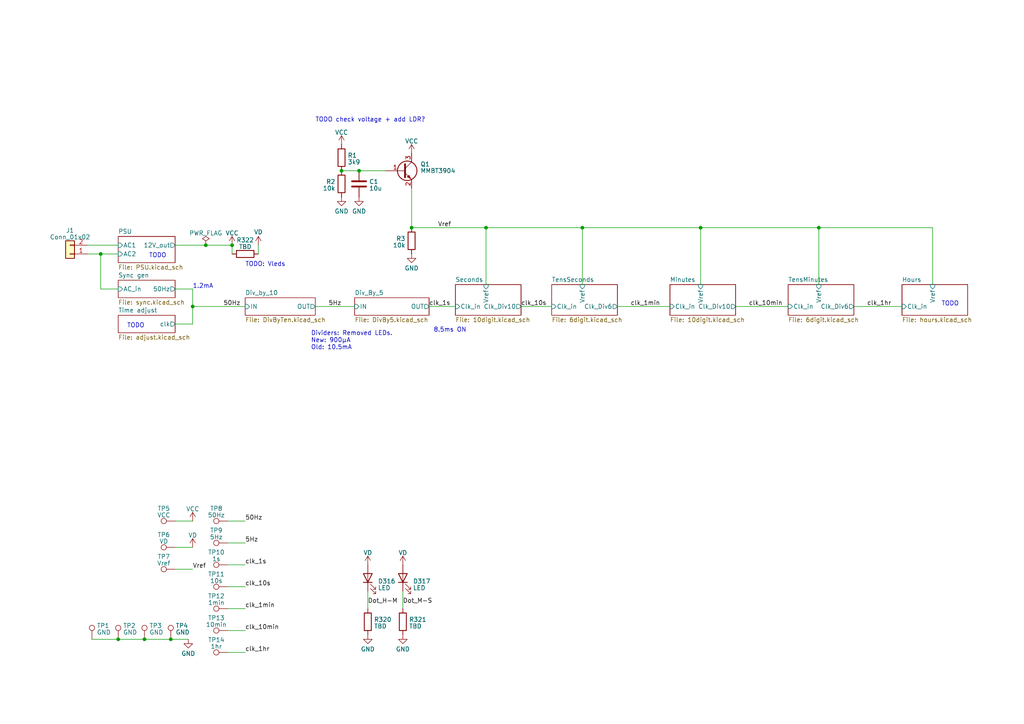
<source format=kicad_sch>
(kicad_sch (version 20230121) (generator eeschema)
  (paper "A4")
  (lib_symbols
    (symbol "Connector:TestPoint" (pin_numbers hide) (pin_names (offset 0.762) hide)
      (property "Reference" "TP" (at 0 6.858 0))
      (property "Value" "TestPoint" (at 0 5.08 0))
      (symbol "TestPoint_0_1"
        (circle (center 0 3.302) (radius 0.762))
      )
      (symbol "TestPoint_1_1"
        (pin passive line (at 0 0 90) (length 2.54) (name "1") (number "1"))
      )
    )
    (symbol "Connector_Generic:Conn_01x02" (pin_names (offset 1.016) hide)
      (property "Reference" "J" (at 0 2.54 0))
      (property "Value" "Conn_01x02" (at 0 -5.08 0))
      (symbol "Conn_01x02_1_1"
        (rectangle (start -1.27 -2.413) (end 0 -2.667) (stroke (width 0.1524)))
        (rectangle (start -1.27 0.127) (end 0 -0.127) (stroke (width 0.1524)))
        (rectangle (start -1.27 1.27) (end 1.27 -3.81) (stroke (width 0.254)) (fill (type background)))
        (pin passive line (at -5.08 0 0) (length 3.81) (name "Pin_1") (number "1"))
        (pin passive line (at -5.08 -2.54 0) (length 3.81) (name "Pin_2") (number "2"))
      )
    )
    (symbol "Device:C" (pin_numbers hide) (pin_names (offset 0.254))
      (property "Reference" "C" (at 0.635 2.54 0))
      (property "Value" "C" (at 0.635 -2.54 0))
      (symbol "C_0_1"
        (polyline (pts (xy -2.032 -0.762) (xy 2.032 -0.762)) (stroke (width 0.508)))
        (polyline (pts (xy -2.032 0.762) (xy 2.032 0.762)) (stroke (width 0.508)))
      )
      (symbol "C_1_1"
        (pin passive line (at 0 3.81 270) (length 2.794) (name "~") (number "1"))
        (pin passive line (at 0 -3.81 90) (length 2.794) (name "~") (number "2"))
      )
    )
    (symbol "Device:LED" (pin_numbers hide) (pin_names (offset 1.016) hide)
      (property "Reference" "D" (at 0 2.54 0))
      (property "Value" "LED" (at 0 -2.54 0))
      (symbol "LED_0_1"
        (polyline (pts (xy -1.27 -1.27) (xy -1.27 1.27)) (stroke (width 0.254)))
        (polyline (pts (xy -1.27 0) (xy 1.27 0)))
        (polyline (pts (xy 1.27 -1.27) (xy 1.27 1.27) (xy -1.27 0) (xy 1.27 -1.27)) (stroke (width 0.254)))
        (polyline (pts (xy -3.048 -0.762) (xy -4.572 -2.286) (xy -3.81 -2.286) (xy -4.572 -2.286) (xy -4.572 -1.524)))
        (polyline (pts (xy -1.778 -0.762) (xy -3.302 -2.286) (xy -2.54 -2.286) (xy -3.302 -2.286) (xy -3.302 -1.524)))
      )
      (symbol "LED_1_1"
        (pin passive line (at -3.81 0 0) (length 2.54) (name "K") (number "1"))
        (pin passive line (at 3.81 0 180) (length 2.54) (name "A") (number "2"))
      )
    )
    (symbol "Device:R" (pin_numbers hide) (pin_names (offset 0))
      (property "Reference" "R" (at 2.032 0 90))
      (property "Value" "R" (at 0 0 90))
      (symbol "R_0_1"
        (rectangle (start -1.016 -2.54) (end 1.016 2.54) (stroke (width 0.254)))
      )
      (symbol "R_1_1"
        (pin passive line (at 0 3.81 270) (length 1.27) (name "~") (number "1"))
        (pin passive line (at 0 -3.81 90) (length 1.27) (name "~") (number "2"))
      )
    )
    (symbol "Transistor_BJT:MMBT3904" (pin_names (offset 0) hide)
      (property "Reference" "Q" (at 5.08 1.905 0))
      (property "Value" "MMBT3904" (at 5.08 0 0))
      (symbol "MMBT3904_0_1"
        (polyline (pts (xy 0.635 0.635) (xy 2.54 2.54)))
        (polyline (pts (xy 0.635 -0.635) (xy 2.54 -2.54) (xy 2.54 -2.54)))
        (polyline (pts (xy 0.635 1.905) (xy 0.635 -1.905) (xy 0.635 -1.905)) (stroke (width 0.508)))
        (polyline (pts (xy 1.27 -1.778) (xy 1.778 -1.27) (xy 2.286 -2.286) (xy 1.27 -1.778) (xy 1.27 -1.778)) (fill (type outline)))
        (circle (center 1.27 0) (radius 2.8194) (stroke (width 0.254)))
      )
      (symbol "MMBT3904_1_1"
        (pin input line (at -5.08 0 0) (length 5.715) (name "B") (number "1"))
        (pin passive line (at 2.54 -5.08 90) (length 2.54) (name "E") (number "2"))
        (pin passive line (at 2.54 5.08 270) (length 2.54) (name "C") (number "3"))
      )
    )
    (symbol "power:GND" (power) (pin_names (offset 0))
      (property "Value" "GND" (at 0 -3.81 0))
      (symbol "GND_0_1"
        (polyline (pts (xy 0 0) (xy 0 -1.27) (xy 1.27 -1.27) (xy 0 -2.54) (xy -1.27 -1.27) (xy 0 -1.27)))
      )
      (symbol "GND_1_1"
        (pin power_in line (at 0 0 270) (length 0) hide (name "GND") (number "1"))
      )
    )
    (symbol "power:PWR_FLAG" (power) (pin_numbers hide) (pin_names (offset 0) hide)
      (property "Value" "PWR_FLAG" (at 0 3.81 0))
      (symbol "PWR_FLAG_0_0"
        (pin power_out line (at 0 0 90) (length 0) (name "pwr") (number "1"))
      )
      (symbol "PWR_FLAG_0_1"
        (polyline (pts (xy 0 0) (xy 0 1.27) (xy -1.016 1.905) (xy 0 2.54) (xy 1.016 1.905) (xy 0 1.27)))
      )
    )
    (symbol "power:VCC" (power) (pin_names (offset 0))
      (property "Value" "VCC" (at 0 3.81 0))
      (symbol "VCC_0_1"
        (polyline (pts (xy -0.762 1.27) (xy 0 2.54)))
        (polyline (pts (xy 0 0) (xy 0 2.54)))
        (polyline (pts (xy 0 2.54) (xy 0.762 1.27)))
      )
      (symbol "VCC_1_1"
        (pin power_in line (at 0 0 90) (length 0) hide (name "VCC") (number "1"))
      )
    )
    (symbol "power:VD" (power) (pin_names (offset 0))
      (property "Value" "VD" (at 0 3.81 0))
      (symbol "VD_0_1"
        (polyline (pts (xy -0.762 1.27) (xy 0 2.54)))
        (polyline (pts (xy 0 0) (xy 0 2.54)))
        (polyline (pts (xy 0 2.54) (xy 0.762 1.27)))
      )
      (symbol "VD_1_1"
        (pin power_in line (at 0 0 90) (length 0) hide (name "VD") (number "1"))
      )
    )
  )
  (junction (at 168.91 66.04))
  (junction (at 49.53 185.42))
  (junction (at 67.31 71.12))
  (junction (at 237.49 66.04))
  (junction (at 119.38 66.04))
  (junction (at 34.29 185.42))
  (junction (at 203.2 66.04))
  (junction (at 104.14 49.53))
  (junction (at 29.21 73.66))
  (junction (at 99.06 49.53))
  (junction (at 55.88 88.9))
  (junction (at 41.91 185.42))
  (junction (at 59.69 71.12))
  (junction (at 140.97 66.04))
  (wire (pts (xy 29.21 83.82) (xy 29.21 73.66)))
  (wire (pts (xy 55.88 93.98) (xy 55.88 88.9)))
  (wire (pts (xy 26.67 185.42) (xy 34.29 185.42)))
  (wire (pts (xy 270.51 82.55) (xy 270.51 66.04)))
  (wire (pts (xy 25.4 71.12) (xy 34.29 71.12)))
  (wire (pts (xy 71.12 189.23) (xy 66.04 189.23)))
  (wire (pts (xy 29.21 73.66) (xy 34.29 73.66)))
  (wire (pts (xy 119.38 54.61) (xy 119.38 66.04)))
  (wire (pts (xy 71.12 163.83) (xy 66.04 163.83)))
  (wire (pts (xy 34.29 83.82) (xy 29.21 83.82)))
  (wire (pts (xy 55.88 165.1) (xy 50.8 165.1)))
  (wire (pts (xy 50.8 151.13) (xy 55.88 151.13)))
  (wire (pts (xy 203.2 82.55) (xy 203.2 66.04)))
  (wire (pts (xy 151.13 88.9) (xy 160.02 88.9)))
  (wire (pts (xy 213.36 88.9) (xy 228.6 88.9)))
  (wire (pts (xy 50.8 71.12) (xy 59.69 71.12)))
  (wire (pts (xy 124.46 88.9) (xy 132.08 88.9)))
  (wire (pts (xy 71.12 176.53) (xy 66.04 176.53)))
  (wire (pts (xy 71.12 157.48) (xy 66.04 157.48)))
  (wire (pts (xy 50.8 93.98) (xy 55.88 93.98)))
  (wire (pts (xy 270.51 66.04) (xy 237.49 66.04)))
  (wire (pts (xy 168.91 66.04) (xy 168.91 82.55)))
  (wire (pts (xy 74.93 71.12) (xy 74.93 73.66)))
  (wire (pts (xy 41.91 185.42) (xy 49.53 185.42)))
  (wire (pts (xy 67.31 73.66) (xy 67.31 71.12)))
  (wire (pts (xy 71.12 170.18) (xy 66.04 170.18)))
  (wire (pts (xy 119.38 66.04) (xy 140.97 66.04)))
  (wire (pts (xy 237.49 66.04) (xy 237.49 82.55)))
  (wire (pts (xy 168.91 66.04) (xy 203.2 66.04)))
  (wire (pts (xy 140.97 66.04) (xy 168.91 66.04)))
  (wire (pts (xy 247.65 88.9) (xy 261.62 88.9)))
  (wire (pts (xy 54.61 185.42) (xy 49.53 185.42)))
  (wire (pts (xy 25.4 73.66) (xy 29.21 73.66)))
  (wire (pts (xy 59.69 71.12) (xy 67.31 71.12)))
  (wire (pts (xy 71.12 182.88) (xy 66.04 182.88)))
  (wire (pts (xy 116.84 176.53) (xy 116.84 171.45)))
  (wire (pts (xy 111.76 49.53) (xy 104.14 49.53)))
  (wire (pts (xy 91.44 88.9) (xy 102.87 88.9)))
  (wire (pts (xy 179.07 88.9) (xy 194.31 88.9)))
  (wire (pts (xy 55.88 88.9) (xy 55.88 83.82)))
  (wire (pts (xy 50.8 83.82) (xy 55.88 83.82)))
  (wire (pts (xy 106.68 176.53) (xy 106.68 171.45)))
  (wire (pts (xy 140.97 82.55) (xy 140.97 66.04)))
  (wire (pts (xy 50.8 158.75) (xy 55.88 158.75)))
  (wire (pts (xy 55.88 88.9) (xy 71.12 88.9)))
  (wire (pts (xy 34.29 185.42) (xy 41.91 185.42)))
  (wire (pts (xy 203.2 66.04) (xy 237.49 66.04)))
  (wire (pts (xy 99.06 49.53) (xy 104.14 49.53)))
  (wire (pts (xy 71.12 151.13) (xy 66.04 151.13)))
  (text "TODO" (at 36.83 95.25 0) (effects (font (size 1.27 1.27)) (justify left bottom)))
  (text "TODO" (at 43.18 74.93 0) (effects (font (size 1.27 1.27)) (justify left bottom)))
  (text "8.5ms ON" (at 125.73 96.52 0) (effects (font (size 1.27 1.27)) (justify left bottom)))
  (text "1.2mA" (at 55.88 83.82 0) (effects (font (size 1.27 1.27)) (justify left bottom)))
  (text "TODO" (at 273.05 88.9 0) (effects (font (size 1.27 1.27)) (justify left bottom)))
  (text "Dividers: Removed LEDs.\nNew: 900µA\nOld: 10.5mA" (at 90.17 101.6 0) (effects (font (size 1.27 1.27)) (justify left bottom)))
  (text "TODO: Vleds" (at 71.12 77.47 0) (effects (font (size 1.27 1.27)) (justify left bottom)))
  (text "TODO check voltage + add LDR?" (at 91.44 35.56 0) (effects (font (size 1.27 1.27)) (justify left bottom)))
  (label "Dot_M-S" (at 116.84 175.26 0))
  (label "clk_10s" (at 151.13 88.9 0))
  (label "clk_10min" (at 217.17 88.9 0))
  (label "clk_1hr" (at 251.46 88.9 0))
  (label "50Hz" (at 71.12 151.13 0))
  (label "5Hz" (at 95.25 88.9 0))
  (label "Dot_H-M" (at 106.68 175.26 0))
  (label "clk_1s" (at 71.12 163.83 0))
  (label "clk_10min" (at 71.12 182.88 0))
  (label "50Hz" (at 64.77 88.9 0))
  (label "clk_1min" (at 182.88 88.9 0))
  (label "clk_1hr" (at 71.12 189.23 0))
  (label "clk_10s" (at 71.12 170.18 0))
  (label "Vref" (at 127 66.04 0))
  (label "clk_1s" (at 124.46 88.9 0))
  (label "clk_1min" (at 71.12 176.53 0))
  (label "5Hz" (at 71.12 157.48 0))
  (label "Vref" (at 55.88 165.1 0))
  (symbol (lib_id "Connector_Generic:Conn_01x02") (at 20.32 73.66 180) (unit 1)
    (property "Reference" "J1" (at 20.32 66.8401 0))
    (property "Value" "Conn_01x02" (at 20.32 68.7611 0))
    (property "Footprint" "TerminalBlock:TerminalBlock_bornier-2_P5.08mm" (effects hide))
    (property "Assembly" "False" (effects hide))
  )
  (symbol (lib_id "power:GND") (at 54.61 185.42 0) (unit 1)
    (property "Reference" "#PWR03" (effects hide))
    (property "Value" "GND" (at 54.61 189.5555 0))
  )
  (symbol (lib_id "Transistor_BJT:MMBT3904") (at 116.84 49.53 0) (unit 1)
    (property "Reference" "Q1" (at 121.92 47.625 0) (effects (justify left)))
    (property "Value" "MMBT3904" (at 121.92 49.53 0) (effects (justify left)))
    (property "Footprint" "Package_TO_SOT_SMD:SOT-23" (effects hide))
    (property "Datasheet" "https://www.onsemi.com/pub/Collateral/2N3903-D.PDF" (effects hide))
    (property "Assembly" "True" (effects hide))
    (property "LCSC_PN" "C20526" (effects hide))
    (property "Price" "0.0094" (effects hide))
  )
  (symbol (lib_id "Connector:TestPoint") (at 66.04 176.53 90) (unit 1)
    (property "Reference" "TP12" (at 62.738 172.8851 90))
    (property "Value" "1min" (at 62.738 174.8061 90))
    (property "Footprint" "footprints:RCSRCW_0C_testpoint_1206" (effects hide))
    (property "Assembly" "False" (effects hide))
  )
  (symbol (lib_id "power:GND") (at 116.84 184.15 0) (unit 1)
    (property "Reference" "#PWR0290" (effects hide))
    (property "Value" "GND" (at 116.84 188.2855 0))
  )
  (symbol (lib_id "Device:LED") (at 116.84 167.64 90) (unit 1)
    (property "Reference" "D317" (at 119.761 168.5838 90) (effects (justify right)))
    (property "Value" "LED" (at 119.761 170.5048 90) (effects (justify right)))
    (property "Footprint" "footprints:LED_filament_38mm" (effects hide))
    (property "Assembly" "False" (effects hide))
    (property "Price" "0.41" (effects hide))
  )
  (symbol (lib_id "Connector:TestPoint") (at 41.91 185.42 0) (unit 1)
    (property "Reference" "TP3" (at 43.307 181.4743 0) (effects (justify left)))
    (property "Value" "GND" (at 43.307 183.3953 0) (effects (justify left)))
    (property "Footprint" "footprints:RCSRCW_0C_testpoint_1206" (effects hide))
    (property "Assembly" "False" (effects hide))
  )
  (symbol (lib_id "Device:LED") (at 106.68 167.64 90) (unit 1)
    (property "Reference" "D316" (at 109.601 168.5838 90) (effects (justify right)))
    (property "Value" "LED" (at 109.601 170.5048 90) (effects (justify right)))
    (property "Footprint" "footprints:LED_filament_38mm" (effects hide))
    (property "Assembly" "False" (effects hide))
    (property "Price" "0.41" (effects hide))
  )
  (symbol (lib_id "Device:R") (at 119.38 69.85 0) (unit 1)
    (property "Reference" "R3" (at 117.6021 69.2063 0) (effects (justify right)))
    (property "Value" "10k" (at 117.6021 71.1273 0) (effects (justify right)))
    (property "Footprint" "Resistor_SMD:R_0603_1608Metric" (effects hide))
    (property "Assembly" "True" (effects hide))
    (property "LCSC_PN" "C25804" (effects hide))
    (property "Price" "0.0008" (effects hide))
  )
  (symbol (lib_id "power:GND") (at 119.38 73.66 0) (unit 1)
    (property "Reference" "#PWR010" (effects hide))
    (property "Value" "GND" (at 119.38 77.7955 0))
  )
  (symbol (lib_id "power:VCC") (at 55.88 151.13 0) (unit 1)
    (property "Reference" "#PWR04" (effects hide))
    (property "Value" "VCC" (at 55.88 147.6281 0))
  )
  (symbol (lib_id "Connector:TestPoint") (at 66.04 157.48 90) (unit 1)
    (property "Reference" "TP9" (at 62.738 153.8351 90))
    (property "Value" "5Hz" (at 62.738 155.7561 90))
    (property "Footprint" "footprints:RCSRCW_0C_testpoint_1206" (effects hide))
    (property "Assembly" "False" (effects hide))
  )
  (symbol (lib_id "Device:R") (at 71.12 73.66 90) (unit 1)
    (property "Reference" "R322" (at 71.12 69.6341 90))
    (property "Value" "TBD" (at 71.12 71.5551 90))
    (property "Footprint" "Resistor_SMD:R_0603_1608Metric" (effects hide))
    (property "Assembly" "True" (effects hide))
  )
  (symbol (lib_id "power:VCC") (at 67.31 71.12 0) (unit 1)
    (property "Reference" "#PWR01" (effects hide))
    (property "Value" "VCC" (at 67.31 67.6181 0))
  )
  (symbol (lib_id "Connector:TestPoint") (at 50.8 158.75 90) (unit 1)
    (property "Reference" "TP6" (at 47.498 155.1051 90))
    (property "Value" "VD" (at 47.498 157.0261 90))
    (property "Footprint" "footprints:RCSRCW_0C_testpoint_1206" (effects hide))
    (property "Assembly" "False" (effects hide))
  )
  (symbol (lib_id "Connector:TestPoint") (at 66.04 182.88 90) (unit 1)
    (property "Reference" "TP13" (at 62.738 179.2351 90))
    (property "Value" "10min" (at 62.738 181.1561 90))
    (property "Footprint" "footprints:RCSRCW_0C_testpoint_1206" (effects hide))
    (property "Assembly" "False" (effects hide))
  )
  (symbol (lib_id "Connector:TestPoint") (at 26.67 185.42 0) (unit 1)
    (property "Reference" "TP1" (at 28.067 181.4743 0) (effects (justify left)))
    (property "Value" "GND" (at 28.067 183.3953 0) (effects (justify left)))
    (property "Footprint" "footprints:RCSRCW_0C_testpoint_1206" (effects hide))
    (property "Assembly" "False" (effects hide))
  )
  (symbol (lib_id "Device:C") (at 104.14 53.34 180) (unit 1)
    (property "Reference" "C1" (at 107.061 52.6963 0) (effects (justify right)))
    (property "Value" "10u" (at 107.061 54.6173 0) (effects (justify right)))
    (property "Assembly" "False" (effects hide))
  )
  (symbol (lib_id "Device:R") (at 116.84 180.34 0) (unit 1)
    (property "Reference" "R321" (at 118.618 179.6963 0) (effects (justify left)))
    (property "Value" "TBD" (at 118.618 181.6173 0) (effects (justify left)))
    (property "Footprint" "Resistor_SMD:R_0603_1608Metric" (effects hide))
    (property "Assembly" "True" (effects hide))
  )
  (symbol (lib_id "Connector:TestPoint") (at 34.29 185.42 0) (unit 1)
    (property "Reference" "TP2" (at 35.687 181.4743 0) (effects (justify left)))
    (property "Value" "GND" (at 35.687 183.3953 0) (effects (justify left)))
    (property "Footprint" "footprints:RCSRCW_0C_testpoint_1206" (effects hide))
    (property "Assembly" "False" (effects hide))
  )
  (symbol (lib_id "power:VD") (at 74.93 71.12 0) (unit 1)
    (property "Reference" "#PWR02" (effects hide))
    (property "Value" "VD" (at 74.93 67.31 0))
  )
  (symbol (lib_id "power:VD") (at 106.68 163.83 0) (unit 1)
    (property "Reference" "#PWR0287" (effects hide))
    (property "Value" "VD" (at 106.68 160.3281 0))
  )
  (symbol (lib_id "power:VCC") (at 99.06 41.91 0) (unit 1)
    (property "Reference" "#PWR06" (effects hide))
    (property "Value" "VCC" (at 99.06 38.4081 0))
  )
  (symbol (lib_id "Connector:TestPoint") (at 66.04 163.83 90) (unit 1)
    (property "Reference" "TP10" (at 62.738 160.1851 90))
    (property "Value" "1s" (at 62.738 162.1061 90))
    (property "Footprint" "footprints:RCSRCW_0C_testpoint_1206" (effects hide))
    (property "Assembly" "False" (effects hide))
  )
  (symbol (lib_id "Connector:TestPoint") (at 50.8 151.13 90) (unit 1)
    (property "Reference" "TP5" (at 47.498 147.4851 90))
    (property "Value" "VCC" (at 47.498 149.4061 90))
    (property "Footprint" "footprints:RCSRCW_0C_testpoint_1206" (effects hide))
    (property "Assembly" "False" (effects hide))
  )
  (symbol (lib_id "Device:R") (at 99.06 45.72 0) (unit 1)
    (property "Reference" "R1" (at 100.838 45.0763 0) (effects (justify left)))
    (property "Value" "3k9" (at 100.838 46.9973 0) (effects (justify left)))
    (property "Footprint" "Resistor_SMD:R_0603_1608Metric" (effects hide))
  )
  (symbol (lib_id "power:GND") (at 104.14 57.15 0) (unit 1)
    (property "Reference" "#PWR08" (effects hide))
    (property "Value" "GND" (at 104.14 61.2855 0))
  )
  (symbol (lib_id "power:GND") (at 99.06 57.15 0) (unit 1)
    (property "Reference" "#PWR07" (effects hide))
    (property "Value" "GND" (at 99.06 61.2855 0))
  )
  (symbol (lib_id "power:VD") (at 116.84 163.83 0) (unit 1)
    (property "Reference" "#PWR0289" (effects hide))
    (property "Value" "VD" (at 116.84 160.3281 0))
  )
  (symbol (lib_id "Connector:TestPoint") (at 50.8 165.1 90) (unit 1)
    (property "Reference" "TP7" (at 47.498 161.4551 90))
    (property "Value" "Vref" (at 47.498 163.3761 90))
    (property "Footprint" "footprints:RCSRCW_0C_testpoint_1206" (effects hide))
    (property "Assembly" "False" (effects hide))
  )
  (symbol (lib_id "power:PWR_FLAG") (at 59.69 71.12 0) (unit 1)
    (property "Reference" "#FLG01" (effects hide))
    (property "Value" "PWR_FLAG" (at 59.69 67.6181 0))
  )
  (symbol (lib_id "Device:R") (at 99.06 53.34 0) (unit 1)
    (property "Reference" "R2" (at 97.2821 52.6963 0) (effects (justify right)))
    (property "Value" "10k" (at 97.2821 54.6173 0) (effects (justify right)))
    (property "Footprint" "Resistor_SMD:R_0603_1608Metric" (effects hide))
    (property "Assembly" "True" (effects hide))
    (property "LCSC_PN" "C25804" (effects hide))
    (property "Price" "0.0008" (effects hide))
  )
  (symbol (lib_id "power:VD") (at 55.88 158.75 0) (unit 1)
    (property "Reference" "#PWR05" (effects hide))
    (property "Value" "VD" (at 55.88 155.2481 0))
  )
  (symbol (lib_id "Connector:TestPoint") (at 66.04 189.23 90) (unit 1)
    (property "Reference" "TP14" (at 62.738 185.5851 90))
    (property "Value" "1hr" (at 62.738 187.5061 90))
    (property "Footprint" "footprints:RCSRCW_0C_testpoint_1206" (effects hide))
    (property "Assembly" "False" (effects hide))
  )
  (symbol (lib_id "Connector:TestPoint") (at 66.04 170.18 90) (unit 1)
    (property "Reference" "TP11" (at 62.738 166.5351 90))
    (property "Value" "10s" (at 62.738 168.4561 90))
    (property "Footprint" "footprints:RCSRCW_0C_testpoint_1206" (effects hide))
    (property "Assembly" "False" (effects hide))
  )
  (symbol (lib_id "power:VCC") (at 119.38 44.45 0) (unit 1)
    (property "Reference" "#PWR09" (effects hide))
    (property "Value" "VCC" (at 119.38 40.9481 0))
  )
  (symbol (lib_id "Connector:TestPoint") (at 49.53 185.42 0) (unit 1)
    (property "Reference" "TP4" (at 50.927 181.4743 0) (effects (justify left)))
    (property "Value" "GND" (at 50.927 183.3953 0) (effects (justify left)))
    (property "Footprint" "footprints:RCSRCW_0C_testpoint_1206" (effects hide))
    (property "Assembly" "False" (effects hide))
  )
  (symbol (lib_id "Connector:TestPoint") (at 66.04 151.13 90) (unit 1)
    (property "Reference" "TP8" (at 62.738 147.4851 90))
    (property "Value" "50Hz" (at 62.738 149.4061 90))
    (property "Footprint" "footprints:RCSRCW_0C_testpoint_1206" (effects hide))
    (property "Assembly" "False" (effects hide))
  )
  (symbol (lib_id "power:GND") (at 106.68 184.15 0) (unit 1)
    (property "Reference" "#PWR0288" (effects hide))
    (property "Value" "GND" (at 106.68 188.2855 0))
  )
  (symbol (lib_id "Device:R") (at 106.68 180.34 0) (unit 1)
    (property "Reference" "R320" (at 108.458 179.6963 0) (effects (justify left)))
    (property "Value" "TBD" (at 108.458 181.6173 0) (effects (justify left)))
    (property "Footprint" "Resistor_SMD:R_0603_1608Metric" (effects hide))
    (property "Assembly" "True" (effects hide))
  )
  (sheet (at 102.87 86.36) (size 21.59 5.08) (stroke (width 0.1524))
    (property "Sheetname" "Div_By_5" (at 102.87 85.6484 0) (effects (justify left bottom)))
    (property "Sheetfile" "DivBy5.kicad_sch" (at 102.87 92.0246 0) (effects (justify left top)))
    (pin "IN" input (at 102.87 88.9 180))
    (pin "OUT" output (at 124.46 88.9 0))
  )
  (sheet (at 160.02 82.55) (size 19.05 8.89) (stroke (width 0.1524))
    (property "Sheetname" "TensSeconds" (at 160.02 81.8384 0) (effects (justify left bottom)))
    (property "Sheetfile" "6digit.kicad_sch" (at 160.02 92.0246 0) (effects (justify left top)))
    (pin "Vref" input (at 168.91 82.55 90))
    (pin "Clk_Div6" output (at 179.07 88.9 0))
    (pin "Clk_in" input (at 160.02 88.9 180))
  )
  (sheet (at 34.29 91.44) (size 16.51 5.08) (stroke (width 0.1524))
    (property "Sheetname" "Time adjust" (at 34.29 90.7284 0) (effects (justify left bottom)))
    (property "Sheetfile" "adjust.kicad_sch" (at 34.29 97.1046 0) (effects (justify left top)))
    (pin "clk" output (at 50.8 93.98 0))
  )
  (sheet (at 34.29 68.58) (size 16.51 7.62) (stroke (width 0.1524))
    (property "Sheetname" "PSU" (at 34.29 67.8684 0) (effects (justify left bottom)))
    (property "Sheetfile" "PSU.kicad_sch" (at 34.29 76.7846 0) (effects (justify left top)))
    (pin "12V_out" output (at 50.8 71.12 0))
    (pin "AC1" input (at 34.29 71.12 180))
    (pin "AC2" input (at 34.29 73.66 180))
  )
  (sheet (at 194.31 82.55) (size 19.05 8.89) (stroke (width 0.1524))
    (property "Sheetname" "Minutes" (at 194.31 81.8384 0) (effects (justify left bottom)))
    (property "Sheetfile" "10digit.kicad_sch" (at 194.31 92.0246 0) (effects (justify left top)))
    (pin "Vref" input (at 203.2 82.55 90))
    (pin "Clk_Div10" output (at 213.36 88.9 0))
    (pin "Clk_in" input (at 194.31 88.9 180))
  )
  (sheet (at 34.29 81.28) (size 16.51 5.08) (stroke (width 0.1524))
    (property "Sheetname" "Sync gen" (at 34.29 80.5684 0) (effects (justify left bottom)))
    (property "Sheetfile" "sync.kicad_sch" (at 34.29 86.9446 0) (effects (justify left top)))
    (pin "AC_in" input (at 34.29 83.82 180))
    (pin "50Hz" output (at 50.8 83.82 0))
  )
  (sheet (at 71.12 86.36) (size 20.32 5.08) (stroke (width 0.1524))
    (property "Sheetname" "Div_by_10" (at 71.12 85.6484 0) (effects (justify left bottom)))
    (property "Sheetfile" "DivByTen.kicad_sch" (at 71.12 92.0246 0) (effects (justify left top)))
    (pin "IN" input (at 71.12 88.9 180))
    (pin "OUT" output (at 91.44 88.9 0))
  )
  (sheet (at 261.62 82.55) (size 19.05 8.89) (stroke (width 0.1524))
    (property "Sheetname" "Hours" (at 261.62 81.8384 0) (effects (justify left bottom)))
    (property "Sheetfile" "hours.kicad_sch" (at 261.62 92.0246 0) (effects (justify left top)))
    (pin "Vref" input (at 270.51 82.55 90))
    (pin "Clk_in" input (at 261.62 88.9 180))
  )
  (sheet (at 228.6 82.55) (size 19.05 8.89) (stroke (width 0.1524))
    (property "Sheetname" "TensMinutes" (at 228.6 81.8384 0) (effects (justify left bottom)))
    (property "Sheetfile" "6digit.kicad_sch" (at 228.6 92.0246 0) (effects (justify left top)))
    (pin "Vref" input (at 237.49 82.55 90))
    (pin "Clk_Div6" output (at 247.65 88.9 0))
    (pin "Clk_in" input (at 228.6 88.9 180))
  )
  (sheet (at 132.08 82.55) (size 19.05 8.89) (stroke (width 0.1524))
    (property "Sheetname" "Seconds" (at 132.08 81.8384 0) (effects (justify left bottom)))
    (property "Sheetfile" "10digit.kicad_sch" (at 132.08 92.0246 0) (effects (justify left top)))
    (pin "Vref" input (at 140.97 82.55 90))
    (pin "Clk_Div10" output (at 151.13 88.9 0))
    (pin "Clk_in" input (at 132.08 88.9 180))
  )
)
</source>
